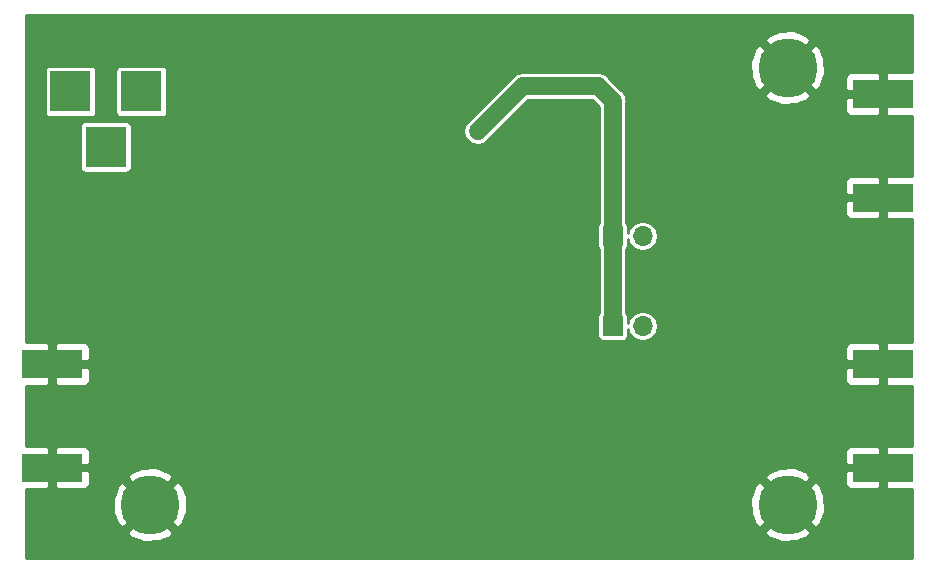
<source format=gbl>
G04 #@! TF.GenerationSoftware,KiCad,Pcbnew,(6.0.0-rc1-dev)*
G04 #@! TF.CreationDate,2018-08-10T22:57:37+02:00*
G04 #@! TF.ProjectId,diplexer,6469706C657865722E6B696361645F70,rev?*
G04 #@! TF.SameCoordinates,PX7270e00PY29020c0*
G04 #@! TF.FileFunction,Copper,L2,Bot,Signal*
G04 #@! TF.FilePolarity,Positive*
%FSLAX46Y46*%
G04 Gerber Fmt 4.6, Leading zero omitted, Abs format (unit mm)*
G04 Created by KiCad (PCBNEW (6.0.0-rc1-dev)) date Fri Aug 10 22:57:37 2018*
%MOMM*%
%LPD*%
G01*
G04 APERTURE LIST*
G04 #@! TA.AperFunction,ComponentPad*
%ADD10C,5.000000*%
G04 #@! TD*
G04 #@! TA.AperFunction,ComponentPad*
%ADD11R,3.500000X3.500000*%
G04 #@! TD*
G04 #@! TA.AperFunction,SMDPad,CuDef*
%ADD12R,5.080000X2.420000*%
G04 #@! TD*
G04 #@! TA.AperFunction,ComponentPad*
%ADD13O,1.700000X1.700000*%
G04 #@! TD*
G04 #@! TA.AperFunction,ComponentPad*
%ADD14R,1.700000X1.700000*%
G04 #@! TD*
G04 #@! TA.AperFunction,ViaPad*
%ADD15C,0.800000*%
G04 #@! TD*
G04 #@! TA.AperFunction,Conductor*
%ADD16C,1.500000*%
G04 #@! TD*
G04 #@! TA.AperFunction,Conductor*
%ADD17C,0.254000*%
G04 #@! TD*
G04 APERTURE END LIST*
D10*
G04 #@! TO.P,REF\002A\002A,1*
G04 #@! TO.N,GND*
X11000000Y-42000000D03*
G04 #@! TD*
G04 #@! TO.P,REF\002A\002A,1*
G04 #@! TO.N,GND*
X65000000Y-5000000D03*
G04 #@! TD*
D11*
G04 #@! TO.P,J1,1*
G04 #@! TO.N,Net-(D1-Pad3)*
X10270000Y-7000000D03*
G04 #@! TO.P,J1,2*
G04 #@! TO.N,Net-(D1-Pad4)*
X4270000Y-7000000D03*
G04 #@! TO.P,J1,3*
X7270000Y-11700000D03*
G04 #@! TD*
D12*
G04 #@! TO.P,J2,2*
G04 #@! TO.N,GND*
X2740000Y-30090000D03*
X2740000Y-38850000D03*
G04 #@! TD*
G04 #@! TO.P,J3,2*
G04 #@! TO.N,GND*
X73040000Y-7230000D03*
X73040000Y-15990000D03*
G04 #@! TD*
G04 #@! TO.P,J4,2*
G04 #@! TO.N,GND*
X73040000Y-38850000D03*
X73040000Y-30090000D03*
G04 #@! TD*
D13*
G04 #@! TO.P,JP2,2*
G04 #@! TO.N,Net-(C12-Pad1)*
X52720000Y-26850000D03*
D14*
G04 #@! TO.P,JP2,1*
G04 #@! TO.N,VCC*
X50180000Y-26850000D03*
G04 #@! TD*
G04 #@! TO.P,JP1,1*
G04 #@! TO.N,VCC*
X50180000Y-19230000D03*
D13*
G04 #@! TO.P,JP1,2*
G04 #@! TO.N,Net-(C8-Pad1)*
X52720000Y-19230000D03*
G04 #@! TD*
D10*
G04 #@! TO.P,REF\002A\002A,1*
G04 #@! TO.N,GND*
X65000000Y-42000000D03*
G04 #@! TD*
D15*
G04 #@! TO.N,VCC*
X38750000Y-10340000D03*
G04 #@! TO.N,GND*
X47640000Y-8435000D03*
X1000000Y-1000000D03*
X2000000Y-1000000D03*
X3000000Y-1000000D03*
X4000000Y-1000000D03*
X5000000Y-1000000D03*
X6000000Y-1000000D03*
X7000000Y-1000000D03*
X8000000Y-1000000D03*
X9000000Y-1000000D03*
X10000000Y-1000000D03*
X11000000Y-1000000D03*
X12000000Y-1000000D03*
X13000000Y-1000000D03*
X14000000Y-1000000D03*
X15000000Y-1000000D03*
X16000000Y-1000000D03*
X17000000Y-1000000D03*
X18000000Y-1000000D03*
X19000000Y-1000000D03*
X20000000Y-1000000D03*
X21000000Y-1000000D03*
X22000000Y-1000000D03*
X23000000Y-1000000D03*
X24000000Y-1000000D03*
X25000000Y-1000000D03*
X26000000Y-1000000D03*
X27000000Y-1000000D03*
X28000000Y-1000000D03*
X29000000Y-1000000D03*
X30000000Y-1000000D03*
X31000000Y-1000000D03*
X32000000Y-1000000D03*
X33000000Y-1000000D03*
X34000000Y-1000000D03*
X35000000Y-1000000D03*
X36000000Y-1000000D03*
X37000000Y-1000000D03*
X38000000Y-1000000D03*
X39000000Y-1000000D03*
X40000000Y-1000000D03*
X41000000Y-1000000D03*
X42000000Y-1000000D03*
X43000000Y-1000000D03*
X44000000Y-1000000D03*
X45000000Y-1000000D03*
X46000000Y-1000000D03*
X47000000Y-1000000D03*
X48000000Y-1000000D03*
X49000000Y-1000000D03*
X50000000Y-1000000D03*
X51000000Y-1000000D03*
X52000000Y-1000000D03*
X53000000Y-1000000D03*
X54000000Y-1000000D03*
X55000000Y-1000000D03*
X56000000Y-1000000D03*
X57000000Y-1000000D03*
X58000000Y-1000000D03*
X59000000Y-1000000D03*
X60000000Y-1000000D03*
X61000000Y-1000000D03*
X62000000Y-1000000D03*
X63000000Y-1000000D03*
X64000000Y-1000000D03*
X65000000Y-1000000D03*
X66000000Y-1000000D03*
X67000000Y-1000000D03*
X68000000Y-1000000D03*
X69000000Y-1000000D03*
X70000000Y-1000000D03*
X71000000Y-1000000D03*
X72000000Y-1000000D03*
X73000000Y-1000000D03*
X74000000Y-1000000D03*
X1000000Y-46000000D03*
X2000000Y-46000000D03*
X3000000Y-46000000D03*
X4000000Y-46000000D03*
X5000000Y-46000000D03*
X6000000Y-46000000D03*
X7000000Y-46000000D03*
X8000000Y-46000000D03*
X9000000Y-46000000D03*
X10000000Y-46000000D03*
X11000000Y-46000000D03*
X12000000Y-46000000D03*
X13000000Y-46000000D03*
X14000000Y-46000000D03*
X15000000Y-46000000D03*
X16000000Y-46000000D03*
X17000000Y-46000000D03*
X18000000Y-46000000D03*
X19000000Y-46000000D03*
X20000000Y-46000000D03*
X21000000Y-46000000D03*
X22000000Y-46000000D03*
X23000000Y-46000000D03*
X24000000Y-46000000D03*
X25000000Y-46000000D03*
X26000000Y-46000000D03*
X27000000Y-46000000D03*
X28000000Y-46000000D03*
X29000000Y-46000000D03*
X30000000Y-46000000D03*
X31000000Y-46000000D03*
X32000000Y-46000000D03*
X33000000Y-46000000D03*
X34000000Y-46000000D03*
X35000000Y-46000000D03*
X36000000Y-46000000D03*
X37000000Y-46000000D03*
X38000000Y-46000000D03*
X39000000Y-46000000D03*
X40000000Y-46000000D03*
X41000000Y-46000000D03*
X42000000Y-46000000D03*
X43000000Y-46000000D03*
X44000000Y-46000000D03*
X45000000Y-46000000D03*
X46000000Y-46000000D03*
X47000000Y-46000000D03*
X48000000Y-46000000D03*
X49000000Y-46000000D03*
X50000000Y-46000000D03*
X51000000Y-46000000D03*
X52000000Y-46000000D03*
X53000000Y-46000000D03*
X54000000Y-46000000D03*
X55000000Y-46000000D03*
X56000000Y-46000000D03*
X57000000Y-46000000D03*
X58000000Y-46000000D03*
X59000000Y-46000000D03*
X60000000Y-46000000D03*
X61000000Y-46000000D03*
X62000000Y-46000000D03*
X63000000Y-46000000D03*
X64000000Y-46000000D03*
X65000000Y-46000000D03*
X66000000Y-46000000D03*
X67000000Y-46000000D03*
X68000000Y-46000000D03*
X69000000Y-46000000D03*
X70000000Y-46000000D03*
X71000000Y-46000000D03*
X72000000Y-46000000D03*
X73000000Y-46000000D03*
X74000000Y-46000000D03*
X1000000Y-2000000D03*
X1000000Y-3000000D03*
X1000000Y-4000000D03*
X1000000Y-5000000D03*
X1000000Y-6000000D03*
X1000000Y-8000000D03*
X1000000Y-7000000D03*
X1000000Y-9000000D03*
X1000000Y-10000000D03*
X1000000Y-11000000D03*
X1000000Y-12000000D03*
X1000000Y-13000000D03*
X1000000Y-14000000D03*
X1000000Y-15000000D03*
X1000000Y-16000000D03*
X1000000Y-17000000D03*
X1000000Y-18000000D03*
X1000000Y-19000000D03*
X1000000Y-20000000D03*
X1000000Y-21000000D03*
X1000000Y-22000000D03*
X1000000Y-23000000D03*
X1000000Y-25000000D03*
X1000000Y-24000000D03*
X1000000Y-26000000D03*
X1000000Y-27000000D03*
X1000000Y-42000000D03*
X1000000Y-43000000D03*
X1000000Y-44000000D03*
X75000000Y-1000000D03*
X75000000Y-2000000D03*
X75000000Y-3000000D03*
X75000000Y-4000000D03*
X75000000Y-19000000D03*
X75000000Y-20000000D03*
X75000000Y-21000000D03*
X75000000Y-22000000D03*
X75000000Y-23000000D03*
X75000000Y-24000000D03*
X75000000Y-25000000D03*
X75000000Y-26000000D03*
X75000000Y-27000000D03*
X75000000Y-43000000D03*
X75000000Y-42000000D03*
X75000000Y-44000000D03*
X75000000Y-46000000D03*
X73675000Y-4625000D03*
X72405000Y-4625000D03*
X71135000Y-4625000D03*
X69865000Y-4625000D03*
X73675000Y-18595000D03*
X72405000Y-18595000D03*
X71135000Y-18595000D03*
X69865000Y-18595000D03*
X73675000Y-27485000D03*
X72405000Y-27485000D03*
X71135000Y-27485000D03*
X69865000Y-27485000D03*
X69230000Y-17325000D03*
X69230000Y-16055000D03*
X69230000Y-14785000D03*
X69230000Y-5895000D03*
X69230000Y-7165000D03*
X69230000Y-8435000D03*
X69230000Y-28755000D03*
X69230000Y-30025000D03*
X69230000Y-31295000D03*
X73675000Y-41455000D03*
X72405000Y-41455000D03*
X71135000Y-41455000D03*
X69865000Y-41455000D03*
X69230000Y-40185000D03*
X69230000Y-38915000D03*
X69230000Y-37645000D03*
X1920000Y-41455000D03*
X3190000Y-41455000D03*
X4460000Y-41455000D03*
X5730000Y-41455000D03*
X6365000Y-40185000D03*
X6365000Y-38915000D03*
X6365000Y-37645000D03*
X1920000Y-27485000D03*
X3190000Y-27485000D03*
X4460000Y-27485000D03*
X5730000Y-27485000D03*
X6365000Y-28755000D03*
X6365000Y-30025000D03*
X6365000Y-31295000D03*
X50180000Y-3355000D03*
X57800000Y-3355000D03*
X55260000Y-42725000D03*
X47640000Y-42725000D03*
X40020000Y-42725000D03*
X28590000Y-42090000D03*
X18430000Y-42090000D03*
X55895000Y-15420000D03*
X19065000Y-19865000D03*
X20335000Y-19865000D03*
X21605000Y-19865000D03*
X22875000Y-19865000D03*
X24145000Y-19865000D03*
X25415000Y-19865000D03*
X26685000Y-19865000D03*
X27955000Y-19865000D03*
X29225000Y-19865000D03*
X30495000Y-19865000D03*
X31765000Y-19865000D03*
X33035000Y-19865000D03*
X34305000Y-18595000D03*
X35575000Y-17325000D03*
X36845000Y-16055000D03*
X38115000Y-14785000D03*
X39385000Y-13515000D03*
X40655000Y-12245000D03*
X17795000Y-19865000D03*
X16525000Y-21135000D03*
X15255000Y-22405000D03*
X13985000Y-23675000D03*
X12715000Y-24945000D03*
X11445000Y-26215000D03*
X10175000Y-27485000D03*
X8905000Y-28755000D03*
X7635000Y-30025000D03*
X10810000Y-31930000D03*
X12080000Y-30660000D03*
X13350000Y-29390000D03*
X14620000Y-28120000D03*
X15890000Y-26850000D03*
X17160000Y-25580000D03*
X18430000Y-24310000D03*
X19700000Y-23675000D03*
X20970000Y-23675000D03*
X22240000Y-23675000D03*
X23510000Y-23675000D03*
X24780000Y-23675000D03*
X26050000Y-23675000D03*
X27320000Y-23675000D03*
X28590000Y-23675000D03*
X29860000Y-23675000D03*
X31130000Y-23675000D03*
X32400000Y-23675000D03*
X33670000Y-23675000D03*
X34940000Y-23040000D03*
X36210000Y-21770000D03*
X37480000Y-20500000D03*
X38750000Y-19230000D03*
X40020000Y-17960000D03*
X41290000Y-16690000D03*
X42560000Y-15420000D03*
X43830000Y-14150000D03*
X7000000Y-36375000D03*
X8270000Y-36375000D03*
X9540000Y-36375000D03*
X17160000Y-32565000D03*
X18430000Y-32565000D03*
X19700000Y-32565000D03*
X16525000Y-37010000D03*
X20335000Y-37010000D03*
X27320000Y-32565000D03*
X28590000Y-32565000D03*
X29860000Y-32565000D03*
X26685000Y-37010000D03*
X30495000Y-37010000D03*
X37480000Y-32565000D03*
X38750000Y-32565000D03*
X40020000Y-32565000D03*
X42560000Y-37010000D03*
X20970000Y-31930000D03*
X22240000Y-31930000D03*
X24780000Y-31930000D03*
X26050000Y-31930000D03*
X25415000Y-37010000D03*
X21605000Y-37010000D03*
X22875000Y-37010000D03*
X24145000Y-37010000D03*
X23510000Y-31930000D03*
X15255000Y-37010000D03*
X13985000Y-37010000D03*
X12715000Y-37010000D03*
X11445000Y-37010000D03*
X15890000Y-31930000D03*
X14620000Y-31930000D03*
X13350000Y-31930000D03*
X12080000Y-31930000D03*
X31130000Y-31930000D03*
X32400000Y-31930000D03*
X33670000Y-31930000D03*
X34940000Y-31930000D03*
X36210000Y-31930000D03*
X31765000Y-37010000D03*
X33035000Y-37010000D03*
X34305000Y-37010000D03*
X35575000Y-37010000D03*
X36845000Y-37010000D03*
X36845000Y-38280000D03*
X36845000Y-39550000D03*
X30495000Y-38280000D03*
X30495000Y-39550000D03*
X36845000Y-40820000D03*
X30495000Y-40820000D03*
X26685000Y-38280000D03*
X26685000Y-39550000D03*
X26685000Y-40820000D03*
X16525000Y-38280000D03*
X16525000Y-39550000D03*
X16525000Y-40820000D03*
X20335000Y-38280000D03*
X20335000Y-39550000D03*
X20335000Y-40820000D03*
X42560000Y-38280000D03*
X42560000Y-39550000D03*
X42560000Y-40820000D03*
X43830000Y-37010000D03*
X45100000Y-37010000D03*
X45100000Y-38280000D03*
X45100000Y-39550000D03*
X45100000Y-40820000D03*
X41290000Y-32565000D03*
X42560000Y-32565000D03*
X43830000Y-32565000D03*
X45100000Y-32565000D03*
X46370000Y-32565000D03*
X47640000Y-32565000D03*
X48910000Y-32565000D03*
X50180000Y-32565000D03*
X51450000Y-32565000D03*
X52720000Y-32565000D03*
X53990000Y-32565000D03*
X55260000Y-32565000D03*
X56530000Y-32565000D03*
X57800000Y-32565000D03*
X59070000Y-32565000D03*
X60340000Y-32565000D03*
X61610000Y-32565000D03*
X62880000Y-31295000D03*
X62880000Y-30025000D03*
X50180000Y-40820000D03*
X50180000Y-39550000D03*
X50180000Y-39550000D03*
X50180000Y-39550000D03*
X50180000Y-38280000D03*
X50180000Y-37010000D03*
X51450000Y-37010000D03*
X52720000Y-37010000D03*
X52720000Y-38280000D03*
X52720000Y-39550000D03*
X52720000Y-40820000D03*
X57800000Y-40820000D03*
X57800000Y-39550000D03*
X57800000Y-38280000D03*
X57800000Y-37010000D03*
X59070000Y-37010000D03*
X60340000Y-37010000D03*
X60340000Y-37010000D03*
X60340000Y-37010000D03*
X61610000Y-37010000D03*
X62880000Y-37010000D03*
X64150000Y-37010000D03*
X65420000Y-37010000D03*
X66690000Y-37010000D03*
X67960000Y-37010000D03*
X67960000Y-31295000D03*
X45100000Y-9705000D03*
X46370000Y-9705000D03*
X47640000Y-9705000D03*
X52720000Y-9705000D03*
X53990000Y-9705000D03*
X55260000Y-9705000D03*
X52720000Y-8435000D03*
X52720000Y-7165000D03*
X55260000Y-8435000D03*
X55260000Y-7165000D03*
X60340000Y-7165000D03*
X60340000Y-8435000D03*
X60340000Y-9705000D03*
X61610000Y-9705000D03*
X62880000Y-9705000D03*
X64150000Y-9705000D03*
X64150000Y-9705000D03*
X64150000Y-9705000D03*
X65420000Y-9705000D03*
X66690000Y-9705000D03*
X67960000Y-9705000D03*
X67960000Y-14785000D03*
X62880000Y-13515000D03*
X61610000Y-13515000D03*
X62880000Y-14785000D03*
X60340000Y-13515000D03*
X59070000Y-13515000D03*
X57800000Y-13515000D03*
X56530000Y-13515000D03*
X55260000Y-13515000D03*
X53990000Y-13515000D03*
X53990000Y-13515000D03*
X53990000Y-13515000D03*
X52720000Y-13515000D03*
X47640000Y-13515000D03*
X46370000Y-13515000D03*
X45100000Y-13515000D03*
X41925000Y-10975000D03*
X55895000Y-30660000D03*
X32400000Y-3355000D03*
X38750000Y-3990000D03*
X27955000Y-6530000D03*
X62880000Y-16055000D03*
X62880000Y-32565000D03*
X43830000Y-9705000D03*
X25415000Y-3990000D03*
X27955000Y-3990000D03*
X27955000Y-9070000D03*
X25415000Y-9070000D03*
X75000000Y-45000000D03*
X1000000Y-45000000D03*
G04 #@! TD*
D16*
G04 #@! TO.N,VCC*
X50180000Y-19230000D02*
X50180000Y-26850000D01*
X50180000Y-7800000D02*
X50180000Y-13515000D01*
X48910000Y-6530000D02*
X50180000Y-7800000D01*
X38750000Y-10340000D02*
X42560000Y-6530000D01*
X50180000Y-13515000D02*
X50180000Y-19230000D01*
X42560000Y-6530000D02*
X48910000Y-6530000D01*
G04 #@! TD*
D17*
G04 #@! TO.N,GND*
G36*
X75498000Y-5385000D02*
X73446750Y-5385000D01*
X73288000Y-5543750D01*
X73288000Y-6982000D01*
X73308000Y-6982000D01*
X73308000Y-7478000D01*
X73288000Y-7478000D01*
X73288000Y-8916250D01*
X73446750Y-9075000D01*
X75498000Y-9075000D01*
X75498000Y-14145000D01*
X73446750Y-14145000D01*
X73288000Y-14303750D01*
X73288000Y-15742000D01*
X73308000Y-15742000D01*
X73308000Y-16238000D01*
X73288000Y-16238000D01*
X73288000Y-17676250D01*
X73446750Y-17835000D01*
X75498000Y-17835000D01*
X75498001Y-28245000D01*
X73446750Y-28245000D01*
X73288000Y-28403750D01*
X73288000Y-29842000D01*
X73308000Y-29842000D01*
X73308000Y-30338000D01*
X73288000Y-30338000D01*
X73288000Y-31776250D01*
X73446750Y-31935000D01*
X75498001Y-31935000D01*
X75498001Y-37005000D01*
X73446750Y-37005000D01*
X73288000Y-37163750D01*
X73288000Y-38602000D01*
X73308000Y-38602000D01*
X73308000Y-39098000D01*
X73288000Y-39098000D01*
X73288000Y-40536250D01*
X73446750Y-40695000D01*
X75498001Y-40695000D01*
X75498001Y-46498000D01*
X502000Y-46498000D01*
X502000Y-44316148D01*
X9034577Y-44316148D01*
X9327492Y-44723932D01*
X10497207Y-45156626D01*
X11743469Y-45108753D01*
X12672508Y-44723932D01*
X12965423Y-44316148D01*
X63034577Y-44316148D01*
X63327492Y-44723932D01*
X64497207Y-45156626D01*
X65743469Y-45108753D01*
X66672508Y-44723932D01*
X66965423Y-44316148D01*
X65000000Y-42350725D01*
X63034577Y-44316148D01*
X12965423Y-44316148D01*
X11000000Y-42350725D01*
X9034577Y-44316148D01*
X502000Y-44316148D01*
X502000Y-41497207D01*
X7843374Y-41497207D01*
X7891247Y-42743469D01*
X8276068Y-43672508D01*
X8683852Y-43965423D01*
X10649275Y-42000000D01*
X11350725Y-42000000D01*
X13316148Y-43965423D01*
X13723932Y-43672508D01*
X14156626Y-42502793D01*
X14117999Y-41497207D01*
X61843374Y-41497207D01*
X61891247Y-42743469D01*
X62276068Y-43672508D01*
X62683852Y-43965423D01*
X64649275Y-42000000D01*
X65350725Y-42000000D01*
X67316148Y-43965423D01*
X67723932Y-43672508D01*
X68156626Y-42502793D01*
X68108753Y-41256531D01*
X67723932Y-40327492D01*
X67316148Y-40034577D01*
X65350725Y-42000000D01*
X64649275Y-42000000D01*
X62683852Y-40034577D01*
X62276068Y-40327492D01*
X61843374Y-41497207D01*
X14117999Y-41497207D01*
X14108753Y-41256531D01*
X13723932Y-40327492D01*
X13316148Y-40034577D01*
X11350725Y-42000000D01*
X10649275Y-42000000D01*
X8683852Y-40034577D01*
X8276068Y-40327492D01*
X7843374Y-41497207D01*
X502000Y-41497207D01*
X502000Y-40695000D01*
X2333250Y-40695000D01*
X2492000Y-40536250D01*
X2492000Y-39098000D01*
X2988000Y-39098000D01*
X2988000Y-40536250D01*
X3146750Y-40695000D01*
X5406309Y-40695000D01*
X5639698Y-40598327D01*
X5818327Y-40419699D01*
X5915000Y-40186310D01*
X5915000Y-39683852D01*
X9034577Y-39683852D01*
X11000000Y-41649275D01*
X12965423Y-39683852D01*
X63034577Y-39683852D01*
X65000000Y-41649275D01*
X66965423Y-39683852D01*
X66672508Y-39276068D01*
X66620286Y-39256750D01*
X69865000Y-39256750D01*
X69865000Y-40186310D01*
X69961673Y-40419699D01*
X70140302Y-40598327D01*
X70373691Y-40695000D01*
X72633250Y-40695000D01*
X72792000Y-40536250D01*
X72792000Y-39098000D01*
X70023750Y-39098000D01*
X69865000Y-39256750D01*
X66620286Y-39256750D01*
X65502793Y-38843374D01*
X64256531Y-38891247D01*
X63327492Y-39276068D01*
X63034577Y-39683852D01*
X12965423Y-39683852D01*
X12672508Y-39276068D01*
X11502793Y-38843374D01*
X10256531Y-38891247D01*
X9327492Y-39276068D01*
X9034577Y-39683852D01*
X5915000Y-39683852D01*
X5915000Y-39256750D01*
X5756250Y-39098000D01*
X2988000Y-39098000D01*
X2492000Y-39098000D01*
X2472000Y-39098000D01*
X2472000Y-38602000D01*
X2492000Y-38602000D01*
X2492000Y-37163750D01*
X2988000Y-37163750D01*
X2988000Y-38602000D01*
X5756250Y-38602000D01*
X5915000Y-38443250D01*
X5915000Y-37513690D01*
X69865000Y-37513690D01*
X69865000Y-38443250D01*
X70023750Y-38602000D01*
X72792000Y-38602000D01*
X72792000Y-37163750D01*
X72633250Y-37005000D01*
X70373691Y-37005000D01*
X70140302Y-37101673D01*
X69961673Y-37280301D01*
X69865000Y-37513690D01*
X5915000Y-37513690D01*
X5818327Y-37280301D01*
X5639698Y-37101673D01*
X5406309Y-37005000D01*
X3146750Y-37005000D01*
X2988000Y-37163750D01*
X2492000Y-37163750D01*
X2333250Y-37005000D01*
X502000Y-37005000D01*
X502000Y-31935000D01*
X2333250Y-31935000D01*
X2492000Y-31776250D01*
X2492000Y-30338000D01*
X2988000Y-30338000D01*
X2988000Y-31776250D01*
X3146750Y-31935000D01*
X5406309Y-31935000D01*
X5639698Y-31838327D01*
X5818327Y-31659699D01*
X5915000Y-31426310D01*
X5915000Y-30496750D01*
X69865000Y-30496750D01*
X69865000Y-31426310D01*
X69961673Y-31659699D01*
X70140302Y-31838327D01*
X70373691Y-31935000D01*
X72633250Y-31935000D01*
X72792000Y-31776250D01*
X72792000Y-30338000D01*
X70023750Y-30338000D01*
X69865000Y-30496750D01*
X5915000Y-30496750D01*
X5756250Y-30338000D01*
X2988000Y-30338000D01*
X2492000Y-30338000D01*
X2472000Y-30338000D01*
X2472000Y-29842000D01*
X2492000Y-29842000D01*
X2492000Y-28403750D01*
X2988000Y-28403750D01*
X2988000Y-29842000D01*
X5756250Y-29842000D01*
X5915000Y-29683250D01*
X5915000Y-28753690D01*
X69865000Y-28753690D01*
X69865000Y-29683250D01*
X70023750Y-29842000D01*
X72792000Y-29842000D01*
X72792000Y-28403750D01*
X72633250Y-28245000D01*
X70373691Y-28245000D01*
X70140302Y-28341673D01*
X69961673Y-28520301D01*
X69865000Y-28753690D01*
X5915000Y-28753690D01*
X5818327Y-28520301D01*
X5639698Y-28341673D01*
X5406309Y-28245000D01*
X3146750Y-28245000D01*
X2988000Y-28403750D01*
X2492000Y-28403750D01*
X2333250Y-28245000D01*
X502000Y-28245000D01*
X502000Y-9950000D01*
X5084635Y-9950000D01*
X5084635Y-13450000D01*
X5117775Y-13616607D01*
X5212150Y-13757850D01*
X5353393Y-13852225D01*
X5520000Y-13885365D01*
X9020000Y-13885365D01*
X9186607Y-13852225D01*
X9327850Y-13757850D01*
X9422225Y-13616607D01*
X9455365Y-13450000D01*
X9455365Y-10340000D01*
X37549943Y-10340000D01*
X37641292Y-10799242D01*
X37901431Y-11188569D01*
X38290758Y-11448708D01*
X38750000Y-11540057D01*
X39209242Y-11448708D01*
X39500296Y-11254232D01*
X43047529Y-7707000D01*
X48422471Y-7707000D01*
X49003000Y-8287530D01*
X49003001Y-13399076D01*
X49003000Y-13399081D01*
X49003001Y-18100809D01*
X48927775Y-18213393D01*
X48894635Y-18380000D01*
X48894635Y-20080000D01*
X48927775Y-20246607D01*
X49003000Y-20359190D01*
X49003001Y-25720809D01*
X48927775Y-25833393D01*
X48894635Y-26000000D01*
X48894635Y-27700000D01*
X48927775Y-27866607D01*
X49022150Y-28007850D01*
X49163393Y-28102225D01*
X49330000Y-28135365D01*
X51030000Y-28135365D01*
X51196607Y-28102225D01*
X51337850Y-28007850D01*
X51432225Y-27866607D01*
X51465365Y-27700000D01*
X51465365Y-27088206D01*
X51517093Y-27348260D01*
X51799335Y-27770665D01*
X52221740Y-28052907D01*
X52594231Y-28127000D01*
X52845769Y-28127000D01*
X53218260Y-28052907D01*
X53640665Y-27770665D01*
X53922907Y-27348260D01*
X54022017Y-26850000D01*
X53922907Y-26351740D01*
X53640665Y-25929335D01*
X53218260Y-25647093D01*
X52845769Y-25573000D01*
X52594231Y-25573000D01*
X52221740Y-25647093D01*
X51799335Y-25929335D01*
X51517093Y-26351740D01*
X51465365Y-26611794D01*
X51465365Y-26000000D01*
X51432225Y-25833393D01*
X51357000Y-25720810D01*
X51357000Y-20359190D01*
X51432225Y-20246607D01*
X51465365Y-20080000D01*
X51465365Y-19468206D01*
X51517093Y-19728260D01*
X51799335Y-20150665D01*
X52221740Y-20432907D01*
X52594231Y-20507000D01*
X52845769Y-20507000D01*
X53218260Y-20432907D01*
X53640665Y-20150665D01*
X53922907Y-19728260D01*
X54022017Y-19230000D01*
X53922907Y-18731740D01*
X53640665Y-18309335D01*
X53218260Y-18027093D01*
X52845769Y-17953000D01*
X52594231Y-17953000D01*
X52221740Y-18027093D01*
X51799335Y-18309335D01*
X51517093Y-18731740D01*
X51465365Y-18991794D01*
X51465365Y-18380000D01*
X51432225Y-18213393D01*
X51357000Y-18100810D01*
X51357000Y-16396750D01*
X69865000Y-16396750D01*
X69865000Y-17326310D01*
X69961673Y-17559699D01*
X70140302Y-17738327D01*
X70373691Y-17835000D01*
X72633250Y-17835000D01*
X72792000Y-17676250D01*
X72792000Y-16238000D01*
X70023750Y-16238000D01*
X69865000Y-16396750D01*
X51357000Y-16396750D01*
X51357000Y-14653690D01*
X69865000Y-14653690D01*
X69865000Y-15583250D01*
X70023750Y-15742000D01*
X72792000Y-15742000D01*
X72792000Y-14303750D01*
X72633250Y-14145000D01*
X70373691Y-14145000D01*
X70140302Y-14241673D01*
X69961673Y-14420301D01*
X69865000Y-14653690D01*
X51357000Y-14653690D01*
X51357000Y-7915915D01*
X51380057Y-7799999D01*
X51357000Y-7684084D01*
X51357000Y-7684080D01*
X51288709Y-7340758D01*
X51272266Y-7316148D01*
X63034577Y-7316148D01*
X63327492Y-7723932D01*
X64497207Y-8156626D01*
X65743469Y-8108753D01*
X66672508Y-7723932D01*
X66735131Y-7636750D01*
X69865000Y-7636750D01*
X69865000Y-8566310D01*
X69961673Y-8799699D01*
X70140302Y-8978327D01*
X70373691Y-9075000D01*
X72633250Y-9075000D01*
X72792000Y-8916250D01*
X72792000Y-7478000D01*
X70023750Y-7478000D01*
X69865000Y-7636750D01*
X66735131Y-7636750D01*
X66965423Y-7316148D01*
X65000000Y-5350725D01*
X63034577Y-7316148D01*
X51272266Y-7316148D01*
X51028569Y-6951431D01*
X50930299Y-6885769D01*
X49824234Y-5779706D01*
X49758569Y-5681431D01*
X49369242Y-5421291D01*
X49025920Y-5353000D01*
X49025915Y-5353000D01*
X48910000Y-5329943D01*
X48794085Y-5353000D01*
X42675920Y-5353000D01*
X42560000Y-5329942D01*
X42100757Y-5421291D01*
X41917485Y-5543750D01*
X41711431Y-5681431D01*
X41645767Y-5779704D01*
X37835768Y-9589704D01*
X37641292Y-9880758D01*
X37549943Y-10340000D01*
X9455365Y-10340000D01*
X9455365Y-9950000D01*
X9422225Y-9783393D01*
X9327850Y-9642150D01*
X9186607Y-9547775D01*
X9020000Y-9514635D01*
X5520000Y-9514635D01*
X5353393Y-9547775D01*
X5212150Y-9642150D01*
X5117775Y-9783393D01*
X5084635Y-9950000D01*
X502000Y-9950000D01*
X502000Y-5250000D01*
X2084635Y-5250000D01*
X2084635Y-8750000D01*
X2117775Y-8916607D01*
X2212150Y-9057850D01*
X2353393Y-9152225D01*
X2520000Y-9185365D01*
X6020000Y-9185365D01*
X6186607Y-9152225D01*
X6327850Y-9057850D01*
X6422225Y-8916607D01*
X6455365Y-8750000D01*
X6455365Y-5250000D01*
X8084635Y-5250000D01*
X8084635Y-8750000D01*
X8117775Y-8916607D01*
X8212150Y-9057850D01*
X8353393Y-9152225D01*
X8520000Y-9185365D01*
X12020000Y-9185365D01*
X12186607Y-9152225D01*
X12327850Y-9057850D01*
X12422225Y-8916607D01*
X12455365Y-8750000D01*
X12455365Y-5250000D01*
X12422225Y-5083393D01*
X12327850Y-4942150D01*
X12186607Y-4847775D01*
X12020000Y-4814635D01*
X8520000Y-4814635D01*
X8353393Y-4847775D01*
X8212150Y-4942150D01*
X8117775Y-5083393D01*
X8084635Y-5250000D01*
X6455365Y-5250000D01*
X6422225Y-5083393D01*
X6327850Y-4942150D01*
X6186607Y-4847775D01*
X6020000Y-4814635D01*
X2520000Y-4814635D01*
X2353393Y-4847775D01*
X2212150Y-4942150D01*
X2117775Y-5083393D01*
X2084635Y-5250000D01*
X502000Y-5250000D01*
X502000Y-4497207D01*
X61843374Y-4497207D01*
X61891247Y-5743469D01*
X62276068Y-6672508D01*
X62683852Y-6965423D01*
X64649275Y-5000000D01*
X65350725Y-5000000D01*
X67316148Y-6965423D01*
X67723932Y-6672508D01*
X68012027Y-5893690D01*
X69865000Y-5893690D01*
X69865000Y-6823250D01*
X70023750Y-6982000D01*
X72792000Y-6982000D01*
X72792000Y-5543750D01*
X72633250Y-5385000D01*
X70373691Y-5385000D01*
X70140302Y-5481673D01*
X69961673Y-5660301D01*
X69865000Y-5893690D01*
X68012027Y-5893690D01*
X68156626Y-5502793D01*
X68108753Y-4256531D01*
X67723932Y-3327492D01*
X67316148Y-3034577D01*
X65350725Y-5000000D01*
X64649275Y-5000000D01*
X62683852Y-3034577D01*
X62276068Y-3327492D01*
X61843374Y-4497207D01*
X502000Y-4497207D01*
X502000Y-2683852D01*
X63034577Y-2683852D01*
X65000000Y-4649275D01*
X66965423Y-2683852D01*
X66672508Y-2276068D01*
X65502793Y-1843374D01*
X64256531Y-1891247D01*
X63327492Y-2276068D01*
X63034577Y-2683852D01*
X502000Y-2683852D01*
X502000Y-502000D01*
X75498000Y-502000D01*
X75498000Y-5385000D01*
X75498000Y-5385000D01*
G37*
X75498000Y-5385000D02*
X73446750Y-5385000D01*
X73288000Y-5543750D01*
X73288000Y-6982000D01*
X73308000Y-6982000D01*
X73308000Y-7478000D01*
X73288000Y-7478000D01*
X73288000Y-8916250D01*
X73446750Y-9075000D01*
X75498000Y-9075000D01*
X75498000Y-14145000D01*
X73446750Y-14145000D01*
X73288000Y-14303750D01*
X73288000Y-15742000D01*
X73308000Y-15742000D01*
X73308000Y-16238000D01*
X73288000Y-16238000D01*
X73288000Y-17676250D01*
X73446750Y-17835000D01*
X75498000Y-17835000D01*
X75498001Y-28245000D01*
X73446750Y-28245000D01*
X73288000Y-28403750D01*
X73288000Y-29842000D01*
X73308000Y-29842000D01*
X73308000Y-30338000D01*
X73288000Y-30338000D01*
X73288000Y-31776250D01*
X73446750Y-31935000D01*
X75498001Y-31935000D01*
X75498001Y-37005000D01*
X73446750Y-37005000D01*
X73288000Y-37163750D01*
X73288000Y-38602000D01*
X73308000Y-38602000D01*
X73308000Y-39098000D01*
X73288000Y-39098000D01*
X73288000Y-40536250D01*
X73446750Y-40695000D01*
X75498001Y-40695000D01*
X75498001Y-46498000D01*
X502000Y-46498000D01*
X502000Y-44316148D01*
X9034577Y-44316148D01*
X9327492Y-44723932D01*
X10497207Y-45156626D01*
X11743469Y-45108753D01*
X12672508Y-44723932D01*
X12965423Y-44316148D01*
X63034577Y-44316148D01*
X63327492Y-44723932D01*
X64497207Y-45156626D01*
X65743469Y-45108753D01*
X66672508Y-44723932D01*
X66965423Y-44316148D01*
X65000000Y-42350725D01*
X63034577Y-44316148D01*
X12965423Y-44316148D01*
X11000000Y-42350725D01*
X9034577Y-44316148D01*
X502000Y-44316148D01*
X502000Y-41497207D01*
X7843374Y-41497207D01*
X7891247Y-42743469D01*
X8276068Y-43672508D01*
X8683852Y-43965423D01*
X10649275Y-42000000D01*
X11350725Y-42000000D01*
X13316148Y-43965423D01*
X13723932Y-43672508D01*
X14156626Y-42502793D01*
X14117999Y-41497207D01*
X61843374Y-41497207D01*
X61891247Y-42743469D01*
X62276068Y-43672508D01*
X62683852Y-43965423D01*
X64649275Y-42000000D01*
X65350725Y-42000000D01*
X67316148Y-43965423D01*
X67723932Y-43672508D01*
X68156626Y-42502793D01*
X68108753Y-41256531D01*
X67723932Y-40327492D01*
X67316148Y-40034577D01*
X65350725Y-42000000D01*
X64649275Y-42000000D01*
X62683852Y-40034577D01*
X62276068Y-40327492D01*
X61843374Y-41497207D01*
X14117999Y-41497207D01*
X14108753Y-41256531D01*
X13723932Y-40327492D01*
X13316148Y-40034577D01*
X11350725Y-42000000D01*
X10649275Y-42000000D01*
X8683852Y-40034577D01*
X8276068Y-40327492D01*
X7843374Y-41497207D01*
X502000Y-41497207D01*
X502000Y-40695000D01*
X2333250Y-40695000D01*
X2492000Y-40536250D01*
X2492000Y-39098000D01*
X2988000Y-39098000D01*
X2988000Y-40536250D01*
X3146750Y-40695000D01*
X5406309Y-40695000D01*
X5639698Y-40598327D01*
X5818327Y-40419699D01*
X5915000Y-40186310D01*
X5915000Y-39683852D01*
X9034577Y-39683852D01*
X11000000Y-41649275D01*
X12965423Y-39683852D01*
X63034577Y-39683852D01*
X65000000Y-41649275D01*
X66965423Y-39683852D01*
X66672508Y-39276068D01*
X66620286Y-39256750D01*
X69865000Y-39256750D01*
X69865000Y-40186310D01*
X69961673Y-40419699D01*
X70140302Y-40598327D01*
X70373691Y-40695000D01*
X72633250Y-40695000D01*
X72792000Y-40536250D01*
X72792000Y-39098000D01*
X70023750Y-39098000D01*
X69865000Y-39256750D01*
X66620286Y-39256750D01*
X65502793Y-38843374D01*
X64256531Y-38891247D01*
X63327492Y-39276068D01*
X63034577Y-39683852D01*
X12965423Y-39683852D01*
X12672508Y-39276068D01*
X11502793Y-38843374D01*
X10256531Y-38891247D01*
X9327492Y-39276068D01*
X9034577Y-39683852D01*
X5915000Y-39683852D01*
X5915000Y-39256750D01*
X5756250Y-39098000D01*
X2988000Y-39098000D01*
X2492000Y-39098000D01*
X2472000Y-39098000D01*
X2472000Y-38602000D01*
X2492000Y-38602000D01*
X2492000Y-37163750D01*
X2988000Y-37163750D01*
X2988000Y-38602000D01*
X5756250Y-38602000D01*
X5915000Y-38443250D01*
X5915000Y-37513690D01*
X69865000Y-37513690D01*
X69865000Y-38443250D01*
X70023750Y-38602000D01*
X72792000Y-38602000D01*
X72792000Y-37163750D01*
X72633250Y-37005000D01*
X70373691Y-37005000D01*
X70140302Y-37101673D01*
X69961673Y-37280301D01*
X69865000Y-37513690D01*
X5915000Y-37513690D01*
X5818327Y-37280301D01*
X5639698Y-37101673D01*
X5406309Y-37005000D01*
X3146750Y-37005000D01*
X2988000Y-37163750D01*
X2492000Y-37163750D01*
X2333250Y-37005000D01*
X502000Y-37005000D01*
X502000Y-31935000D01*
X2333250Y-31935000D01*
X2492000Y-31776250D01*
X2492000Y-30338000D01*
X2988000Y-30338000D01*
X2988000Y-31776250D01*
X3146750Y-31935000D01*
X5406309Y-31935000D01*
X5639698Y-31838327D01*
X5818327Y-31659699D01*
X5915000Y-31426310D01*
X5915000Y-30496750D01*
X69865000Y-30496750D01*
X69865000Y-31426310D01*
X69961673Y-31659699D01*
X70140302Y-31838327D01*
X70373691Y-31935000D01*
X72633250Y-31935000D01*
X72792000Y-31776250D01*
X72792000Y-30338000D01*
X70023750Y-30338000D01*
X69865000Y-30496750D01*
X5915000Y-30496750D01*
X5756250Y-30338000D01*
X2988000Y-30338000D01*
X2492000Y-30338000D01*
X2472000Y-30338000D01*
X2472000Y-29842000D01*
X2492000Y-29842000D01*
X2492000Y-28403750D01*
X2988000Y-28403750D01*
X2988000Y-29842000D01*
X5756250Y-29842000D01*
X5915000Y-29683250D01*
X5915000Y-28753690D01*
X69865000Y-28753690D01*
X69865000Y-29683250D01*
X70023750Y-29842000D01*
X72792000Y-29842000D01*
X72792000Y-28403750D01*
X72633250Y-28245000D01*
X70373691Y-28245000D01*
X70140302Y-28341673D01*
X69961673Y-28520301D01*
X69865000Y-28753690D01*
X5915000Y-28753690D01*
X5818327Y-28520301D01*
X5639698Y-28341673D01*
X5406309Y-28245000D01*
X3146750Y-28245000D01*
X2988000Y-28403750D01*
X2492000Y-28403750D01*
X2333250Y-28245000D01*
X502000Y-28245000D01*
X502000Y-9950000D01*
X5084635Y-9950000D01*
X5084635Y-13450000D01*
X5117775Y-13616607D01*
X5212150Y-13757850D01*
X5353393Y-13852225D01*
X5520000Y-13885365D01*
X9020000Y-13885365D01*
X9186607Y-13852225D01*
X9327850Y-13757850D01*
X9422225Y-13616607D01*
X9455365Y-13450000D01*
X9455365Y-10340000D01*
X37549943Y-10340000D01*
X37641292Y-10799242D01*
X37901431Y-11188569D01*
X38290758Y-11448708D01*
X38750000Y-11540057D01*
X39209242Y-11448708D01*
X39500296Y-11254232D01*
X43047529Y-7707000D01*
X48422471Y-7707000D01*
X49003000Y-8287530D01*
X49003001Y-13399076D01*
X49003000Y-13399081D01*
X49003001Y-18100809D01*
X48927775Y-18213393D01*
X48894635Y-18380000D01*
X48894635Y-20080000D01*
X48927775Y-20246607D01*
X49003000Y-20359190D01*
X49003001Y-25720809D01*
X48927775Y-25833393D01*
X48894635Y-26000000D01*
X48894635Y-27700000D01*
X48927775Y-27866607D01*
X49022150Y-28007850D01*
X49163393Y-28102225D01*
X49330000Y-28135365D01*
X51030000Y-28135365D01*
X51196607Y-28102225D01*
X51337850Y-28007850D01*
X51432225Y-27866607D01*
X51465365Y-27700000D01*
X51465365Y-27088206D01*
X51517093Y-27348260D01*
X51799335Y-27770665D01*
X52221740Y-28052907D01*
X52594231Y-28127000D01*
X52845769Y-28127000D01*
X53218260Y-28052907D01*
X53640665Y-27770665D01*
X53922907Y-27348260D01*
X54022017Y-26850000D01*
X53922907Y-26351740D01*
X53640665Y-25929335D01*
X53218260Y-25647093D01*
X52845769Y-25573000D01*
X52594231Y-25573000D01*
X52221740Y-25647093D01*
X51799335Y-25929335D01*
X51517093Y-26351740D01*
X51465365Y-26611794D01*
X51465365Y-26000000D01*
X51432225Y-25833393D01*
X51357000Y-25720810D01*
X51357000Y-20359190D01*
X51432225Y-20246607D01*
X51465365Y-20080000D01*
X51465365Y-19468206D01*
X51517093Y-19728260D01*
X51799335Y-20150665D01*
X52221740Y-20432907D01*
X52594231Y-20507000D01*
X52845769Y-20507000D01*
X53218260Y-20432907D01*
X53640665Y-20150665D01*
X53922907Y-19728260D01*
X54022017Y-19230000D01*
X53922907Y-18731740D01*
X53640665Y-18309335D01*
X53218260Y-18027093D01*
X52845769Y-17953000D01*
X52594231Y-17953000D01*
X52221740Y-18027093D01*
X51799335Y-18309335D01*
X51517093Y-18731740D01*
X51465365Y-18991794D01*
X51465365Y-18380000D01*
X51432225Y-18213393D01*
X51357000Y-18100810D01*
X51357000Y-16396750D01*
X69865000Y-16396750D01*
X69865000Y-17326310D01*
X69961673Y-17559699D01*
X70140302Y-17738327D01*
X70373691Y-17835000D01*
X72633250Y-17835000D01*
X72792000Y-17676250D01*
X72792000Y-16238000D01*
X70023750Y-16238000D01*
X69865000Y-16396750D01*
X51357000Y-16396750D01*
X51357000Y-14653690D01*
X69865000Y-14653690D01*
X69865000Y-15583250D01*
X70023750Y-15742000D01*
X72792000Y-15742000D01*
X72792000Y-14303750D01*
X72633250Y-14145000D01*
X70373691Y-14145000D01*
X70140302Y-14241673D01*
X69961673Y-14420301D01*
X69865000Y-14653690D01*
X51357000Y-14653690D01*
X51357000Y-7915915D01*
X51380057Y-7799999D01*
X51357000Y-7684084D01*
X51357000Y-7684080D01*
X51288709Y-7340758D01*
X51272266Y-7316148D01*
X63034577Y-7316148D01*
X63327492Y-7723932D01*
X64497207Y-8156626D01*
X65743469Y-8108753D01*
X66672508Y-7723932D01*
X66735131Y-7636750D01*
X69865000Y-7636750D01*
X69865000Y-8566310D01*
X69961673Y-8799699D01*
X70140302Y-8978327D01*
X70373691Y-9075000D01*
X72633250Y-9075000D01*
X72792000Y-8916250D01*
X72792000Y-7478000D01*
X70023750Y-7478000D01*
X69865000Y-7636750D01*
X66735131Y-7636750D01*
X66965423Y-7316148D01*
X65000000Y-5350725D01*
X63034577Y-7316148D01*
X51272266Y-7316148D01*
X51028569Y-6951431D01*
X50930299Y-6885769D01*
X49824234Y-5779706D01*
X49758569Y-5681431D01*
X49369242Y-5421291D01*
X49025920Y-5353000D01*
X49025915Y-5353000D01*
X48910000Y-5329943D01*
X48794085Y-5353000D01*
X42675920Y-5353000D01*
X42560000Y-5329942D01*
X42100757Y-5421291D01*
X41917485Y-5543750D01*
X41711431Y-5681431D01*
X41645767Y-5779704D01*
X37835768Y-9589704D01*
X37641292Y-9880758D01*
X37549943Y-10340000D01*
X9455365Y-10340000D01*
X9455365Y-9950000D01*
X9422225Y-9783393D01*
X9327850Y-9642150D01*
X9186607Y-9547775D01*
X9020000Y-9514635D01*
X5520000Y-9514635D01*
X5353393Y-9547775D01*
X5212150Y-9642150D01*
X5117775Y-9783393D01*
X5084635Y-9950000D01*
X502000Y-9950000D01*
X502000Y-5250000D01*
X2084635Y-5250000D01*
X2084635Y-8750000D01*
X2117775Y-8916607D01*
X2212150Y-9057850D01*
X2353393Y-9152225D01*
X2520000Y-9185365D01*
X6020000Y-9185365D01*
X6186607Y-9152225D01*
X6327850Y-9057850D01*
X6422225Y-8916607D01*
X6455365Y-8750000D01*
X6455365Y-5250000D01*
X8084635Y-5250000D01*
X8084635Y-8750000D01*
X8117775Y-8916607D01*
X8212150Y-9057850D01*
X8353393Y-9152225D01*
X8520000Y-9185365D01*
X12020000Y-9185365D01*
X12186607Y-9152225D01*
X12327850Y-9057850D01*
X12422225Y-8916607D01*
X12455365Y-8750000D01*
X12455365Y-5250000D01*
X12422225Y-5083393D01*
X12327850Y-4942150D01*
X12186607Y-4847775D01*
X12020000Y-4814635D01*
X8520000Y-4814635D01*
X8353393Y-4847775D01*
X8212150Y-4942150D01*
X8117775Y-5083393D01*
X8084635Y-5250000D01*
X6455365Y-5250000D01*
X6422225Y-5083393D01*
X6327850Y-4942150D01*
X6186607Y-4847775D01*
X6020000Y-4814635D01*
X2520000Y-4814635D01*
X2353393Y-4847775D01*
X2212150Y-4942150D01*
X2117775Y-5083393D01*
X2084635Y-5250000D01*
X502000Y-5250000D01*
X502000Y-4497207D01*
X61843374Y-4497207D01*
X61891247Y-5743469D01*
X62276068Y-6672508D01*
X62683852Y-6965423D01*
X64649275Y-5000000D01*
X65350725Y-5000000D01*
X67316148Y-6965423D01*
X67723932Y-6672508D01*
X68012027Y-5893690D01*
X69865000Y-5893690D01*
X69865000Y-6823250D01*
X70023750Y-6982000D01*
X72792000Y-6982000D01*
X72792000Y-5543750D01*
X72633250Y-5385000D01*
X70373691Y-5385000D01*
X70140302Y-5481673D01*
X69961673Y-5660301D01*
X69865000Y-5893690D01*
X68012027Y-5893690D01*
X68156626Y-5502793D01*
X68108753Y-4256531D01*
X67723932Y-3327492D01*
X67316148Y-3034577D01*
X65350725Y-5000000D01*
X64649275Y-5000000D01*
X62683852Y-3034577D01*
X62276068Y-3327492D01*
X61843374Y-4497207D01*
X502000Y-4497207D01*
X502000Y-2683852D01*
X63034577Y-2683852D01*
X65000000Y-4649275D01*
X66965423Y-2683852D01*
X66672508Y-2276068D01*
X65502793Y-1843374D01*
X64256531Y-1891247D01*
X63327492Y-2276068D01*
X63034577Y-2683852D01*
X502000Y-2683852D01*
X502000Y-502000D01*
X75498000Y-502000D01*
X75498000Y-5385000D01*
G04 #@! TD*
M02*

</source>
